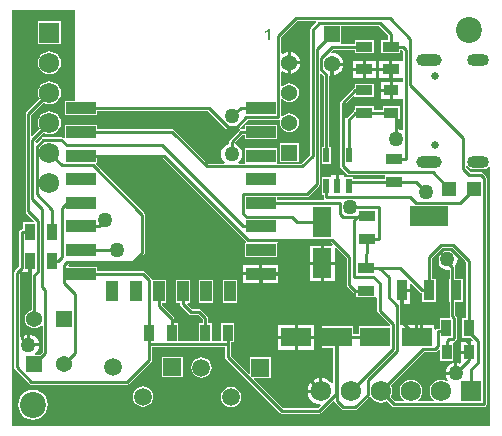
<source format=gtl>
G04*
G04 #@! TF.GenerationSoftware,Altium Limited,Altium Designer,24.1.2 (44)*
G04*
G04 Layer_Physical_Order=1*
G04 Layer_Color=255*
%FSLAX25Y25*%
%MOIN*%
G70*
G04*
G04 #@! TF.SameCoordinates,C2AC8D72-DAC2-4925-AC6E-3273F7DC1B7E*
G04*
G04*
G04 #@! TF.FilePolarity,Positive*
G04*
G01*
G75*
%ADD13C,0.01000*%
%ADD41R,0.09843X0.03937*%
%ADD42R,0.03937X0.07087*%
%ADD43R,0.03543X0.05709*%
%ADD44R,0.03740X0.06890*%
%ADD45R,0.12598X0.06890*%
%ADD46R,0.02200X0.05000*%
%ADD47R,0.09843X0.06299*%
%ADD48R,0.06299X0.09843*%
%ADD49R,0.05709X0.03543*%
%ADD50R,0.03543X0.05118*%
%ADD51R,0.04724X0.04724*%
%ADD52R,0.05118X0.03543*%
%ADD53C,0.08661*%
%ADD54R,0.05937X0.05937*%
%ADD55C,0.05937*%
%ADD56C,0.05394*%
%ADD57R,0.05394X0.05394*%
%ADD58R,0.05394X0.05394*%
%ADD59R,0.06791X0.06791*%
%ADD60C,0.06791*%
%ADD61R,0.06791X0.06791*%
%ADD62C,0.02559*%
%ADD63O,0.07284X0.04134*%
%ADD64O,0.08465X0.04134*%
%ADD65C,0.05000*%
G36*
X250789Y251623D02*
Y249905D01*
X248463D01*
Y245575D01*
X254959D01*
Y246741D01*
X255459Y246793D01*
X255983Y246269D01*
Y243231D01*
X255565Y243032D01*
X255483Y243031D01*
X252211D01*
Y240260D01*
Y237488D01*
X255483D01*
X255565Y237488D01*
X255983Y237288D01*
Y236196D01*
X255559Y236012D01*
X255483Y236012D01*
X252500D01*
Y233240D01*
Y230469D01*
X255483D01*
X255559Y230469D01*
X255983Y230284D01*
Y220160D01*
X255483Y219914D01*
X255165Y220157D01*
X254314Y220510D01*
X254311Y220510D01*
Y223594D01*
X254953D01*
Y227925D01*
X249047D01*
Y226671D01*
X246248D01*
Y227925D01*
X239752D01*
Y226622D01*
X239651Y226602D01*
X239356Y226404D01*
X237111Y224160D01*
X236883Y224196D01*
X236611Y224339D01*
Y228563D01*
X239307Y231259D01*
X239752Y231075D01*
Y231075D01*
X246248D01*
Y235405D01*
X239752D01*
Y234102D01*
X239651Y234082D01*
X239356Y233885D01*
X235056Y229585D01*
X234858Y229289D01*
X234789Y228940D01*
Y208100D01*
X234858Y207751D01*
X235056Y207456D01*
X237156Y205356D01*
X237451Y205158D01*
X237800Y205089D01*
X249320D01*
X249752Y204925D01*
Y203671D01*
X239194D01*
Y204294D01*
X236206D01*
X236100Y204750D01*
Y204900D01*
X234500D01*
Y201400D01*
X233500D01*
Y204900D01*
X231900D01*
Y204750D01*
X231794Y204294D01*
X228806D01*
Y198506D01*
X229389D01*
Y197800D01*
X229458Y197451D01*
X229630Y197195D01*
X229585Y197000D01*
X229446Y196695D01*
X213736D01*
Y197789D01*
X223900D01*
X224249Y197858D01*
X224544Y198056D01*
X227799Y201311D01*
X227997Y201606D01*
X228066Y201955D01*
Y238792D01*
X228528Y238983D01*
X229389Y238123D01*
Y214494D01*
X228806D01*
Y208706D01*
X231794D01*
Y214494D01*
X231211D01*
Y238014D01*
X231587Y238344D01*
X231639Y238337D01*
Y242000D01*
X232139D01*
Y242500D01*
X235802D01*
X235741Y242965D01*
X235369Y243864D01*
X234776Y244637D01*
X234004Y245229D01*
X233104Y245602D01*
X232215Y245719D01*
X231943Y246154D01*
X232618Y246829D01*
X239752D01*
Y245575D01*
X246248D01*
Y249905D01*
X239752D01*
Y248651D01*
X235623D01*
X235230Y248909D01*
Y254689D01*
X247723D01*
X250789Y251623D01*
D02*
G37*
G36*
X146500Y229642D02*
X143264D01*
Y224917D01*
X153894D01*
Y226368D01*
X190943D01*
X196834Y220478D01*
X197129Y220280D01*
X197478Y220211D01*
X200433D01*
X200782Y220280D01*
X201078Y220478D01*
X204045Y223445D01*
X214300D01*
X214527Y223490D01*
X214624Y223452D01*
X214838Y223282D01*
X214965Y223125D01*
X214883Y222500D01*
X214989Y221693D01*
X215300Y220941D01*
X215796Y220296D01*
X216441Y219800D01*
X217193Y219489D01*
X218000Y219383D01*
X218807Y219489D01*
X219559Y219800D01*
X220204Y220296D01*
X220700Y220941D01*
X221011Y221693D01*
X221117Y222500D01*
X221011Y223307D01*
X220700Y224059D01*
X220204Y224704D01*
X219559Y225200D01*
X218807Y225511D01*
X218000Y225617D01*
X217193Y225511D01*
X216441Y225200D01*
X215796Y224704D01*
X215711Y224594D01*
X215211Y224764D01*
Y230236D01*
X215711Y230406D01*
X215796Y230296D01*
X216441Y229800D01*
X217193Y229489D01*
X218000Y229383D01*
X218807Y229489D01*
X219559Y229800D01*
X220204Y230296D01*
X220700Y230941D01*
X221011Y231693D01*
X221117Y232500D01*
X221011Y233307D01*
X220700Y234059D01*
X220204Y234704D01*
X219559Y235200D01*
X218807Y235511D01*
X218000Y235617D01*
X217193Y235511D01*
X216441Y235200D01*
X215796Y234704D01*
X215711Y234594D01*
X215211Y234764D01*
Y239350D01*
X215711Y239597D01*
X216136Y239271D01*
X217035Y238898D01*
X217500Y238837D01*
Y242500D01*
Y246163D01*
X217035Y246102D01*
X216136Y245729D01*
X215711Y245404D01*
X215211Y245650D01*
Y250923D01*
X220677Y256389D01*
X226793D01*
X227000Y255889D01*
X225117Y254006D01*
X224919Y253710D01*
X224850Y253361D01*
Y211739D01*
X221923Y208811D01*
X214078D01*
X213736Y209169D01*
X213736Y209311D01*
Y213894D01*
X203106D01*
Y209311D01*
X203106Y209169D01*
X202764Y208811D01*
X201115D01*
X200945Y209311D01*
X201196Y209504D01*
X201757Y210235D01*
X202110Y211086D01*
X202230Y212000D01*
X202110Y212914D01*
X201757Y213765D01*
X201196Y214496D01*
X200465Y215057D01*
X199832Y215319D01*
X199755Y215872D01*
X202377Y218494D01*
X203106D01*
Y217043D01*
X213736D01*
Y221768D01*
X203106D01*
Y220317D01*
X202000D01*
X201651Y220247D01*
X201356Y220050D01*
X198056Y216750D01*
X197858Y216454D01*
X197789Y216106D01*
Y215410D01*
X197786Y215410D01*
X196935Y215057D01*
X196204Y214496D01*
X195643Y213765D01*
X195290Y212914D01*
X195170Y212000D01*
X195290Y211086D01*
X195643Y210235D01*
X196204Y209504D01*
X196455Y209311D01*
X196285Y208811D01*
X190744D01*
X179505Y220050D01*
X179210Y220247D01*
X178861Y220317D01*
X153894D01*
Y221768D01*
X143264D01*
Y217432D01*
X142764Y217225D01*
X142555Y217434D01*
X142259Y217631D01*
X141911Y217701D01*
X136000D01*
X135651Y217631D01*
X135356Y217434D01*
X133690Y215768D01*
X133228Y215959D01*
Y216439D01*
X136027Y219238D01*
X136089Y219190D01*
X137011Y218808D01*
X138000Y218678D01*
X138989Y218808D01*
X139911Y219190D01*
X140703Y219797D01*
X141310Y220589D01*
X141692Y221511D01*
X141822Y222500D01*
X141692Y223489D01*
X141310Y224411D01*
X140703Y225203D01*
X139911Y225810D01*
X138989Y226192D01*
X138000Y226322D01*
X137011Y226192D01*
X136089Y225810D01*
X135297Y225203D01*
X134690Y224411D01*
X134308Y223489D01*
X134178Y222500D01*
X134308Y221511D01*
X134690Y220589D01*
X134738Y220527D01*
X132296Y218085D01*
X131834Y218276D01*
Y225046D01*
X136027Y229238D01*
X136089Y229190D01*
X137011Y228808D01*
X138000Y228678D01*
X138989Y228808D01*
X139911Y229190D01*
X140703Y229797D01*
X141310Y230589D01*
X141692Y231511D01*
X141822Y232500D01*
X141692Y233489D01*
X141310Y234411D01*
X140703Y235203D01*
X139911Y235810D01*
X138989Y236192D01*
X138000Y236322D01*
X137011Y236192D01*
X136089Y235810D01*
X135297Y235203D01*
X134690Y234411D01*
X134308Y233489D01*
X134178Y232500D01*
X134308Y231511D01*
X134690Y230589D01*
X134738Y230526D01*
X130279Y226067D01*
X130081Y225772D01*
X130012Y225423D01*
Y193043D01*
X130081Y192694D01*
X130279Y192398D01*
X132929Y189748D01*
X132722Y189248D01*
X129335D01*
Y186911D01*
X128800D01*
X128451Y186842D01*
X128156Y186644D01*
X127958Y186349D01*
X127889Y186000D01*
Y174577D01*
X126456Y173144D01*
X126258Y172849D01*
X126189Y172500D01*
Y141000D01*
X126258Y140651D01*
X126456Y140356D01*
X131356Y135456D01*
X131651Y135258D01*
X132000Y135189D01*
X164000D01*
X164349Y135258D01*
X164644Y135456D01*
X171904Y142716D01*
X172102Y143011D01*
X172171Y143360D01*
Y147789D01*
X196569D01*
Y144320D01*
X196639Y143971D01*
X196836Y143675D01*
X214756Y125756D01*
X215051Y125558D01*
X215400Y125489D01*
X228000D01*
X228349Y125558D01*
X228644Y125756D01*
X232650Y129761D01*
X233106Y129511D01*
X233158Y129251D01*
X233356Y128956D01*
X235356Y126956D01*
X235651Y126758D01*
X236000Y126689D01*
X240000D01*
X240349Y126758D01*
X240644Y126956D01*
X244687Y130998D01*
X244839Y131026D01*
X245202Y130989D01*
X245303Y130942D01*
X245797Y130297D01*
X246589Y129690D01*
X247511Y129308D01*
X248500Y129178D01*
X249489Y129308D01*
X250411Y129690D01*
X250473Y129738D01*
X252156Y128056D01*
X252451Y127858D01*
X252800Y127789D01*
X282800D01*
X283149Y127858D01*
X283444Y128056D01*
X283642Y128351D01*
X283711Y128700D01*
Y204000D01*
X283642Y204349D01*
X283444Y204644D01*
X282344Y205744D01*
X282049Y205942D01*
X281700Y206011D01*
X278377D01*
X276929Y207460D01*
X276977Y207892D01*
X277439Y208036D01*
X277651Y207718D01*
X278465Y207174D01*
X279425Y206983D01*
X282575D01*
X283535Y207174D01*
X284349Y207718D01*
X284500Y207944D01*
X285000Y207793D01*
Y121500D01*
X125500D01*
Y260000D01*
X146500D01*
Y229642D01*
D02*
G37*
G36*
X267443Y178765D02*
X267090Y177914D01*
X266970Y177000D01*
X267090Y176086D01*
X267443Y175235D01*
X268004Y174504D01*
X268735Y173943D01*
X269586Y173590D01*
X270500Y173470D01*
X270980Y173533D01*
X271356Y173203D01*
Y170437D01*
X271291D01*
Y162760D01*
X271356D01*
Y157882D01*
X271383Y157748D01*
X271061Y157248D01*
X268094D01*
Y153811D01*
X267500D01*
X267151Y153742D01*
X266856Y153544D01*
X266811Y153478D01*
X266311Y153629D01*
Y155150D01*
X260890D01*
Y151000D01*
X259890D01*
Y155150D01*
X254911D01*
Y161400D01*
X254861Y161653D01*
X254945Y161811D01*
Y166598D01*
X255445D01*
Y167098D01*
X258315D01*
Y168643D01*
X258777Y168834D01*
X261657Y165954D01*
X261953Y165756D01*
X262236Y165700D01*
Y162760D01*
X266764D01*
Y170437D01*
X265411D01*
Y177393D01*
X267031Y179013D01*
X267443Y178765D01*
D02*
G37*
G36*
X203414Y182898D02*
X203393Y182721D01*
X203241Y182398D01*
X203106D01*
Y177673D01*
X213736D01*
Y182089D01*
X213736Y182398D01*
X214157Y182589D01*
X231923D01*
X232518Y181993D01*
X232327Y181532D01*
X229500D01*
Y176110D01*
X233150D01*
Y180709D01*
X233611Y180900D01*
X237089Y177423D01*
Y168500D01*
X237158Y168151D01*
X237356Y167856D01*
X239356Y165856D01*
X239651Y165658D01*
X240000Y165589D01*
X240252D01*
Y164335D01*
X246748D01*
Y164335D01*
X247189Y164192D01*
Y159856D01*
X247258Y159508D01*
X247456Y159212D01*
X251589Y155079D01*
Y154543D01*
X241295D01*
Y151911D01*
X239315D01*
Y154543D01*
X228685D01*
Y147457D01*
X232589D01*
Y135713D01*
X232089Y135544D01*
X231635Y136135D01*
X230717Y136840D01*
X229647Y137283D01*
X229000Y137368D01*
Y133000D01*
X228500D01*
Y132500D01*
X224132D01*
X224218Y131852D01*
X224660Y130783D01*
X225365Y129865D01*
X226283Y129160D01*
X227352Y128718D01*
X228209Y128605D01*
X228388Y128077D01*
X227623Y127311D01*
X215777D01*
X206070Y137019D01*
X206261Y137480D01*
X211705D01*
Y144205D01*
X204980D01*
Y138762D01*
X204518Y138570D01*
X198392Y144697D01*
Y149252D01*
X199646D01*
Y155748D01*
X195315D01*
Y149611D01*
X192165D01*
Y155748D01*
X190911D01*
Y157300D01*
X190842Y157649D01*
X190644Y157944D01*
X188644Y159944D01*
X188349Y160142D01*
X188000Y160211D01*
X185514D01*
X183869Y161857D01*
X184060Y162319D01*
X184799D01*
Y170193D01*
X180075D01*
Y162319D01*
X181526D01*
Y162000D01*
X181595Y161651D01*
X181793Y161356D01*
X184493Y158656D01*
X184788Y158458D01*
X185137Y158389D01*
X187623D01*
X189089Y156923D01*
Y155748D01*
X187835D01*
Y149611D01*
X180905D01*
Y155748D01*
X179651D01*
Y157200D01*
X179582Y157549D01*
X179385Y157844D01*
X175474Y161755D01*
Y162319D01*
X176925D01*
Y170193D01*
X172201D01*
X172102Y170349D01*
X171904Y170644D01*
X169743Y172806D01*
X169447Y173003D01*
X169098Y173073D01*
X153894D01*
Y174524D01*
X144396D01*
X144180Y175007D01*
X144400Y175289D01*
X166000D01*
X166349Y175358D01*
X166644Y175556D01*
X169644Y178556D01*
X169842Y178851D01*
X169911Y179200D01*
Y191800D01*
X169842Y192149D01*
X169644Y192444D01*
X153419Y208669D01*
X153626Y209169D01*
X153894D01*
Y210620D01*
X175691D01*
X203414Y182898D01*
D02*
G37*
G36*
X132000Y172596D02*
X132223Y172146D01*
X132158Y172049D01*
X132089Y171700D01*
Y159968D01*
X131441Y159700D01*
X130796Y159204D01*
X130300Y158559D01*
X129989Y157807D01*
X129883Y157000D01*
X129989Y156193D01*
X130300Y155441D01*
X130796Y154796D01*
X131441Y154300D01*
X132193Y153989D01*
X133000Y153883D01*
X133807Y153989D01*
X134559Y154300D01*
X135189Y154784D01*
X135371Y154757D01*
X135689Y154649D01*
Y145977D01*
X134802Y145091D01*
X133258D01*
X133088Y145591D01*
X133496Y145904D01*
X134057Y146635D01*
X134410Y147486D01*
X134464Y147900D01*
X131000D01*
Y148400D01*
X130500D01*
Y151864D01*
X130086Y151810D01*
X129235Y151457D01*
X128511Y150902D01*
X128322Y150926D01*
X128011Y151032D01*
Y172123D01*
X128317Y172429D01*
X128728Y172646D01*
Y172646D01*
X128728Y172646D01*
X131000D01*
Y176500D01*
X132000D01*
Y172596D01*
D02*
G37*
G36*
X276829Y176153D02*
Y157248D01*
X275575D01*
Y150752D01*
X278500D01*
X279231Y150021D01*
X279039Y149559D01*
X278480D01*
Y146000D01*
X277980D01*
Y145500D01*
X275209D01*
Y142541D01*
X274826Y142159D01*
X274414Y142330D01*
X274000Y142384D01*
Y138920D01*
X273500D01*
Y138420D01*
X270036D01*
X270090Y138006D01*
X270443Y137154D01*
X270888Y136574D01*
X270531Y136218D01*
X270411Y136310D01*
X269489Y136692D01*
X268500Y136822D01*
X267511Y136692D01*
X266589Y136310D01*
X265797Y135703D01*
X265190Y134911D01*
X264808Y133989D01*
X264678Y133000D01*
X264808Y132011D01*
X265190Y131089D01*
X265797Y130297D01*
X266040Y130111D01*
X265870Y129611D01*
X261130D01*
X260960Y130111D01*
X261203Y130297D01*
X261810Y131089D01*
X262192Y132011D01*
X262322Y133000D01*
X262192Y133989D01*
X261810Y134911D01*
X261203Y135703D01*
X260411Y136310D01*
X259489Y136692D01*
X258500Y136822D01*
X257511Y136692D01*
X256589Y136310D01*
X255797Y135703D01*
X255190Y134911D01*
X254808Y133989D01*
X254678Y133000D01*
X254808Y132011D01*
X255190Y131089D01*
X255797Y130297D01*
X256040Y130111D01*
X255870Y129611D01*
X253177D01*
X251762Y131026D01*
X251810Y131089D01*
X252192Y132011D01*
X252322Y133000D01*
X252192Y133989D01*
X251810Y134911D01*
X251762Y134974D01*
X262777Y145989D01*
X266400D01*
X266749Y146058D01*
X267044Y146256D01*
X267835Y147046D01*
X268335Y146839D01*
Y143047D01*
X272665D01*
Y148953D01*
X272665D01*
X272757Y149415D01*
X273046Y149608D01*
X273569Y150131D01*
X273767Y150427D01*
X273836Y150776D01*
Y157225D01*
X273767Y157573D01*
X273569Y157869D01*
X273178Y158260D01*
Y162760D01*
X275819D01*
Y170437D01*
X273178D01*
Y174414D01*
X273127Y174674D01*
X273557Y175235D01*
X273910Y176086D01*
X274030Y177000D01*
X273910Y177914D01*
X273557Y178765D01*
X273969Y179013D01*
X276829Y176153D01*
D02*
G37*
G36*
X211415Y250000D02*
X210944D01*
Y253003D01*
X210938Y252997D01*
X210910Y252975D01*
X210877Y252941D01*
X210821Y252903D01*
X210760Y252853D01*
X210683Y252797D01*
X210594Y252736D01*
X210494Y252675D01*
X210488D01*
X210483Y252670D01*
X210450Y252647D01*
X210394Y252620D01*
X210327Y252586D01*
X210250Y252547D01*
X210167Y252509D01*
X210083Y252470D01*
X210000Y252436D01*
Y252892D01*
X210005D01*
X210017Y252903D01*
X210039Y252908D01*
X210067Y252925D01*
X210100Y252941D01*
X210139Y252964D01*
X210233Y253019D01*
X210344Y253080D01*
X210455Y253158D01*
X210572Y253247D01*
X210688Y253341D01*
X210694Y253347D01*
X210699Y253352D01*
X210716Y253369D01*
X210738Y253385D01*
X210788Y253441D01*
X210855Y253508D01*
X210921Y253585D01*
X210993Y253674D01*
X211054Y253763D01*
X211110Y253857D01*
X211415D01*
Y250000D01*
D02*
G37*
%LPC*%
G36*
X246854Y243031D02*
X243500D01*
Y240760D01*
X246854D01*
Y243031D01*
D02*
G37*
G36*
X251211D02*
X247857D01*
Y240760D01*
X251211D01*
Y243031D01*
D02*
G37*
G36*
X242500D02*
X239146D01*
Y240760D01*
X242500D01*
Y243031D01*
D02*
G37*
G36*
X235802Y241500D02*
X232639D01*
Y238337D01*
X233104Y238398D01*
X234004Y238771D01*
X234776Y239363D01*
X235369Y240136D01*
X235741Y241035D01*
X235802Y241500D01*
D02*
G37*
G36*
X246854Y239760D02*
X243500D01*
Y237488D01*
X246854D01*
Y239760D01*
D02*
G37*
G36*
X242500D02*
X239146D01*
Y237488D01*
X242500D01*
Y239760D01*
D02*
G37*
G36*
X251211D02*
X247857D01*
Y237488D01*
X251211D01*
Y239760D01*
D02*
G37*
G36*
X251500Y236012D02*
X248441D01*
Y233740D01*
X251500D01*
Y236012D01*
D02*
G37*
G36*
Y232740D02*
X248441D01*
Y230469D01*
X251500D01*
Y232740D01*
D02*
G37*
G36*
X141789Y256289D02*
X134211D01*
Y248711D01*
X141789D01*
Y256289D01*
D02*
G37*
G36*
X218500Y246163D02*
Y243000D01*
X221663D01*
X221602Y243465D01*
X221229Y244364D01*
X220637Y245137D01*
X219864Y245729D01*
X218965Y246102D01*
X218500Y246163D01*
D02*
G37*
G36*
X221663Y242000D02*
X218500D01*
Y238837D01*
X218965Y238898D01*
X219864Y239271D01*
X220637Y239863D01*
X221229Y240636D01*
X221602Y241535D01*
X221663Y242000D01*
D02*
G37*
G36*
X138000Y246322D02*
X137011Y246192D01*
X136089Y245810D01*
X135297Y245203D01*
X134690Y244411D01*
X134308Y243489D01*
X134178Y242500D01*
X134308Y241511D01*
X134690Y240589D01*
X135297Y239797D01*
X136089Y239190D01*
X137011Y238808D01*
X138000Y238678D01*
X138989Y238808D01*
X139911Y239190D01*
X140703Y239797D01*
X141310Y240589D01*
X141692Y241511D01*
X141822Y242500D01*
X141692Y243489D01*
X141310Y244411D01*
X140703Y245203D01*
X139911Y245810D01*
X138989Y246192D01*
X138000Y246322D01*
D02*
G37*
G36*
X221091Y215591D02*
X214910D01*
Y209409D01*
X221091D01*
Y215591D01*
D02*
G37*
G36*
X182362Y144362D02*
X175638D01*
Y137638D01*
X182362D01*
Y144362D01*
D02*
G37*
G36*
X188657Y144234D02*
X187780Y144118D01*
X186962Y143780D01*
X186259Y143241D01*
X185721Y142538D01*
X185382Y141720D01*
X185266Y140843D01*
X185382Y139965D01*
X185721Y139147D01*
X186259Y138445D01*
X186962Y137906D01*
X187780Y137567D01*
X188657Y137451D01*
X189535Y137567D01*
X190353Y137906D01*
X191055Y138445D01*
X191594Y139147D01*
X191933Y139965D01*
X192049Y140843D01*
X191933Y141720D01*
X191594Y142538D01*
X191055Y143241D01*
X190353Y143780D01*
X189535Y144118D01*
X188657Y144234D01*
D02*
G37*
G36*
X169157Y134549D02*
X168280Y134433D01*
X167462Y134094D01*
X166759Y133555D01*
X166220Y132853D01*
X165882Y132035D01*
X165766Y131157D01*
X165882Y130280D01*
X166220Y129462D01*
X166759Y128759D01*
X167462Y128220D01*
X168280Y127882D01*
X169157Y127766D01*
X170035Y127882D01*
X170853Y128220D01*
X171555Y128759D01*
X172094Y129462D01*
X172433Y130280D01*
X172549Y131157D01*
X172433Y132035D01*
X172094Y132853D01*
X171555Y133555D01*
X170853Y134094D01*
X170035Y134433D01*
X169157Y134549D01*
D02*
G37*
G36*
X198500Y134391D02*
X197622Y134276D01*
X196804Y133937D01*
X196102Y133398D01*
X195563Y132696D01*
X195224Y131878D01*
X195109Y131000D01*
X195224Y130122D01*
X195563Y129304D01*
X196102Y128602D01*
X196804Y128063D01*
X197622Y127724D01*
X198500Y127609D01*
X199378Y127724D01*
X200196Y128063D01*
X200898Y128602D01*
X201437Y129304D01*
X201776Y130122D01*
X201891Y131000D01*
X201776Y131878D01*
X201437Y132696D01*
X200898Y133398D01*
X200196Y133937D01*
X199378Y134276D01*
X198500Y134391D01*
D02*
G37*
G36*
X132500Y133480D02*
X131211Y133310D01*
X130010Y132812D01*
X128979Y132021D01*
X128188Y130990D01*
X127690Y129789D01*
X127520Y128500D01*
X127690Y127211D01*
X128188Y126010D01*
X128979Y124979D01*
X130010Y124188D01*
X131211Y123690D01*
X132500Y123520D01*
X133789Y123690D01*
X134990Y124188D01*
X136021Y124979D01*
X136812Y126010D01*
X137310Y127211D01*
X137480Y128500D01*
X137310Y129789D01*
X136812Y130990D01*
X136021Y132021D01*
X134990Y132812D01*
X133789Y133310D01*
X132500Y133480D01*
D02*
G37*
G36*
X258315Y166098D02*
X255945D01*
Y162153D01*
X258315D01*
Y166098D01*
D02*
G37*
G36*
X228500Y181532D02*
X224850D01*
Y176110D01*
X228500D01*
Y181532D01*
D02*
G37*
G36*
X214342Y175130D02*
X208921D01*
Y172661D01*
X214342D01*
Y175130D01*
D02*
G37*
G36*
X207921D02*
X202500D01*
Y172661D01*
X207921D01*
Y175130D01*
D02*
G37*
G36*
X233150Y175110D02*
X229500D01*
Y169689D01*
X233150D01*
Y175110D01*
D02*
G37*
G36*
X228500D02*
X224850D01*
Y169689D01*
X228500D01*
Y175110D01*
D02*
G37*
G36*
X214342Y171661D02*
X208921D01*
Y169193D01*
X214342D01*
Y171661D01*
D02*
G37*
G36*
X207921D02*
X202500D01*
Y169193D01*
X207921D01*
Y171661D01*
D02*
G37*
G36*
X200547Y170193D02*
X195823D01*
Y162319D01*
X200547D01*
Y170193D01*
D02*
G37*
G36*
X192673D02*
X187949D01*
Y162319D01*
X192673D01*
Y170193D01*
D02*
G37*
G36*
X226142Y155150D02*
X220720D01*
Y151500D01*
X226142D01*
Y155150D01*
D02*
G37*
G36*
X219720D02*
X214299D01*
Y151500D01*
X219720D01*
Y155150D01*
D02*
G37*
G36*
X226142Y150500D02*
X220720D01*
Y146850D01*
X226142D01*
Y150500D01*
D02*
G37*
G36*
X219720D02*
X214299D01*
Y146850D01*
X219720D01*
Y150500D01*
D02*
G37*
G36*
X228000Y137368D02*
X227352Y137283D01*
X226283Y136840D01*
X225365Y136135D01*
X224660Y135217D01*
X224218Y134148D01*
X224132Y133500D01*
X228000D01*
Y137368D01*
D02*
G37*
G36*
X131500Y151864D02*
Y148900D01*
X134464D01*
X134410Y149314D01*
X134057Y150165D01*
X133496Y150896D01*
X132765Y151457D01*
X131914Y151810D01*
X131500Y151864D01*
D02*
G37*
G36*
X277480Y149559D02*
X275209D01*
Y146500D01*
X277480D01*
Y149559D01*
D02*
G37*
G36*
X273000Y142384D02*
X272586Y142330D01*
X271735Y141977D01*
X271004Y141416D01*
X270443Y140685D01*
X270090Y139833D01*
X270036Y139420D01*
X273000D01*
Y142384D01*
D02*
G37*
%LPD*%
D13*
X276319Y160100D02*
Y175980D01*
X271906Y180394D02*
X276319Y175980D01*
X269094Y180394D02*
X271906D01*
X264500Y166598D02*
Y177770D01*
X268517Y181787D02*
X272483D01*
X277740Y154000D02*
Y176530D01*
X272483Y181787D02*
X277740Y176530D01*
X270500Y176181D02*
Y177000D01*
X272267Y165310D02*
Y174414D01*
X270500Y176181D02*
X272267Y174414D01*
Y157882D02*
X272925Y157225D01*
X272267Y157882D02*
Y165310D01*
X267106Y174850D02*
Y178406D01*
X272267Y165310D02*
X273555Y166598D01*
X270500Y149666D02*
X271086Y150252D01*
X270500Y146000D02*
Y149666D01*
X267106Y174850D02*
X268400Y173556D01*
X264500Y177770D02*
X268517Y181787D01*
X271086Y150252D02*
X272402D01*
X272925Y150776D02*
Y157225D01*
X272402Y150252D02*
X272925Y150776D01*
X267106Y178406D02*
X269094Y180394D01*
X268400Y162500D02*
Y173556D01*
X275000Y150200D02*
Y158781D01*
X277740Y152800D02*
Y154000D01*
X275000Y158781D02*
X276319Y160100D01*
X275000Y150200D02*
X276780D01*
X251700Y247740D02*
Y252000D01*
X240687Y191006D02*
X240940Y191240D01*
X239600Y190000D02*
X240687Y191006D01*
X240706D01*
X236000D02*
X240687D01*
X261900Y151000D02*
Y156000D01*
X208400D02*
Y172161D01*
X237700Y202760D02*
X253000D01*
X220400Y189400D02*
X229000D01*
X267500Y152900D02*
X270260D01*
X253400Y217100D02*
Y225760D01*
X248000Y173980D02*
X254920D01*
X243500D02*
X248000D01*
X233500Y131900D02*
Y151000D01*
X197480Y148700D02*
Y152500D01*
Y144320D02*
Y148700D01*
X171260D02*
Y152500D01*
Y143360D02*
Y148700D01*
X253000Y210240D02*
X256894D01*
Y246646D01*
X255800Y247740D02*
X256894Y246646D01*
X251711Y247740D02*
X255800D01*
X240940Y191240D02*
X244000D01*
X239600Y171000D02*
Y190000D01*
Y171000D02*
X246000D01*
X248100Y168900D01*
Y159856D02*
Y168900D01*
Y159856D02*
X252500Y155456D01*
Y147000D02*
Y155456D01*
X238500Y133000D02*
X252500Y147000D01*
X255445Y155945D02*
Y166598D01*
Y155945D02*
X260390Y151000D01*
X129000Y150400D02*
X131000Y148400D01*
X129000Y150400D02*
Y164300D01*
X131500Y166800D01*
Y176500D01*
X220220Y141280D02*
Y151000D01*
Y141280D02*
X228500Y133000D01*
X229000Y189390D02*
Y189400D01*
X218900Y190900D02*
X220400Y189400D01*
X203700Y190900D02*
X218900D01*
X202600Y192000D02*
X203700Y190900D01*
X202600Y192000D02*
Y198700D01*
X223900D01*
X227155Y201955D01*
Y247016D01*
X232139Y252000D01*
X265732Y206000D02*
X271232Y200500D01*
X237800Y206000D02*
X265732D01*
X235700Y208100D02*
X237800Y206000D01*
X235700Y208100D02*
Y228940D01*
X240000Y233240D01*
X243000D01*
X148579Y211532D02*
X176068D01*
X204100Y183500D01*
X232300D01*
X238000Y177800D01*
Y168500D02*
Y177800D01*
Y168500D02*
X240000Y166500D01*
X243500D01*
X148579Y227280D02*
X191320D01*
X197478Y221122D01*
X200433D01*
X203668Y224356D01*
X214300D01*
Y251300D01*
X220300Y257300D01*
X251500D01*
X258288Y250512D01*
Y235012D02*
Y250512D01*
Y235012D02*
X276000Y217300D01*
Y207100D02*
Y217300D01*
Y207100D02*
X278000Y205100D01*
X281700D01*
X282800Y204000D01*
Y128700D02*
Y204000D01*
X252800Y128700D02*
X282800D01*
X248500Y133000D02*
X252800Y128700D01*
X198700Y212000D02*
Y216106D01*
X202000Y219406D01*
X208421D01*
X148579Y180035D02*
X160635D01*
X237700Y211600D02*
Y223460D01*
X240000Y225760D01*
X243000D01*
X238300Y194400D02*
X247800D01*
Y183760D02*
Y194400D01*
X244000Y183760D02*
X247800D01*
X262302Y166598D02*
X264500D01*
X254920Y173980D02*
X262302Y166598D01*
X252000Y225760D02*
X253400D01*
X230300Y197800D02*
Y201400D01*
Y197800D02*
X258170D01*
X260115Y195855D01*
X274855D01*
X279500Y200500D01*
X253000Y202760D02*
X260040D01*
X263500Y199300D01*
X232139Y226800D02*
Y242000D01*
Y226800D02*
X234000Y224939D01*
Y201400D02*
Y224939D01*
X138980Y176500D02*
X141000D01*
X142300Y177800D01*
Y194083D01*
X144000Y195783D01*
X148579D01*
X277980Y146000D02*
Y149000D01*
X276780Y150200D02*
X277980Y149000D01*
X261900Y156000D02*
X268400Y162500D01*
X260390Y151000D02*
X261900D01*
X138000Y212500D02*
X142200Y208300D01*
X152500D01*
X169000Y191800D01*
Y179200D02*
Y191800D01*
X166000Y176200D02*
X169000Y179200D01*
X143900Y176200D02*
X166000D01*
X142700Y175000D02*
X143900Y176200D01*
X142700Y169200D02*
Y175000D01*
Y169200D02*
X146600Y165300D01*
Y145600D02*
Y165300D01*
X143000Y142000D02*
X146600Y145600D01*
X248000Y173980D02*
X251100Y170880D01*
Y164300D02*
Y170880D01*
Y164300D02*
X254000Y161400D01*
Y146529D02*
Y161400D01*
X244200Y136729D02*
X254000Y146529D01*
X244200Y131800D02*
Y136729D01*
X240000Y127600D02*
X244200Y131800D01*
X236000Y127600D02*
X240000D01*
X234000Y129600D02*
X236000Y127600D01*
X234000Y129600D02*
Y151000D01*
X208421Y195783D02*
X234775D01*
X234858Y195700D01*
Y192148D02*
Y195700D01*
Y192148D02*
X236000Y191006D01*
X240706D02*
X240940Y191240D01*
X128800Y186000D02*
X131500D01*
X128800Y174200D02*
Y186000D01*
X127100Y172500D02*
X128800Y174200D01*
X127100Y141000D02*
Y172500D01*
Y141000D02*
X132000Y136100D01*
X164000D01*
X171260Y143360D01*
X148579Y172161D02*
X169098D01*
X171260Y170000D01*
Y152500D02*
Y170000D01*
X251700Y247740D02*
X251711D01*
X248100Y255600D02*
X251700Y252000D01*
X228000Y255600D02*
X248100D01*
X225761Y253361D02*
X228000Y255600D01*
X225761Y211361D02*
Y253361D01*
X222300Y207900D02*
X225761Y211361D01*
X190367Y207900D02*
X222300D01*
X178861Y219406D02*
X190367Y207900D01*
X148579Y219406D02*
X178861D01*
X230300Y211600D02*
Y238500D01*
X228549Y240251D02*
X230300Y238500D01*
X228549Y240251D02*
Y244049D01*
X232240Y247740D01*
X243000D01*
X273500Y138920D02*
X277980Y143400D01*
Y146000D01*
X278500Y133000D02*
Y140300D01*
X280700Y142500D01*
Y149840D01*
X277740Y152800D02*
X280700Y149840D01*
X148579Y187909D02*
X154400D01*
X156400Y189909D01*
X201680Y227280D02*
X208421D01*
X199000Y224600D02*
X201680Y227280D01*
X133000Y142000D02*
X136600Y145600D01*
Y166600D01*
X135559Y167641D02*
X136600Y166600D01*
X135559Y167641D02*
Y193641D01*
X132317Y196883D02*
X135559Y193641D01*
X132317Y196883D02*
Y216817D01*
X138000Y222500D01*
X130923Y225423D02*
X138000Y232500D01*
X130923Y193043D02*
Y225423D01*
Y193043D02*
X134166Y189800D01*
Y172866D02*
Y189800D01*
X133000Y171700D02*
X134166Y172866D01*
X133000Y157000D02*
Y171700D01*
X202600Y187909D02*
X208421D01*
X175509Y215000D02*
X202600Y187909D01*
X143700Y215000D02*
X175509D01*
X141911Y216789D02*
X143700Y215000D01*
X136000Y216789D02*
X141911D01*
X133711Y214500D02*
X136000Y216789D01*
X133711Y198661D02*
Y214500D01*
Y198661D02*
X138980Y193391D01*
Y186000D02*
Y193391D01*
X270260Y152900D02*
Y154000D01*
X267500Y148000D02*
Y152900D01*
X266400Y146900D02*
X267500Y148000D01*
X262400Y146900D02*
X266400D01*
X248500Y133000D02*
X262400Y146900D01*
X208400Y172161D02*
X208421D01*
X208400Y156000D02*
X213400Y151000D01*
X220220D01*
X190000Y152500D02*
Y157300D01*
X188000Y159300D02*
X190000Y157300D01*
X185137Y159300D02*
X188000D01*
X182437Y162000D02*
X185137Y159300D01*
X182437Y162000D02*
Y166256D01*
X197480Y144320D02*
X215400Y126400D01*
X228000D01*
X233500Y131900D01*
Y151000D02*
X234000D01*
X237700Y201400D02*
Y202760D01*
X171260Y148700D02*
X197480D01*
X238340Y240260D02*
X243000D01*
X236600Y242000D02*
X238340Y240260D01*
X232139Y242000D02*
X236600D01*
X243000Y240260D02*
X251711D01*
Y236889D02*
Y240260D01*
Y236889D02*
X252000Y236600D01*
Y233240D02*
Y236600D01*
X220349Y175610D02*
X229000D01*
X216900Y172161D02*
X220349Y175610D01*
X208421Y172161D02*
X216900D01*
X174563Y161377D02*
Y166256D01*
Y161377D02*
X178740Y157200D01*
Y152500D02*
Y157200D01*
X243000Y225760D02*
X252000D01*
X244000Y179100D02*
Y183760D01*
X243500Y178600D02*
X244000Y179100D01*
X243500Y173980D02*
Y178600D01*
X234000Y151000D02*
X246610D01*
D41*
X208421Y227280D02*
D03*
Y219406D02*
D03*
Y211532D02*
D03*
Y203657D02*
D03*
Y195783D02*
D03*
Y187909D02*
D03*
Y180035D02*
D03*
Y172161D02*
D03*
X148579D02*
D03*
Y180035D02*
D03*
Y187909D02*
D03*
Y195783D02*
D03*
Y203657D02*
D03*
Y211532D02*
D03*
Y219406D02*
D03*
Y227280D02*
D03*
D42*
X198185Y166256D02*
D03*
X190311D02*
D03*
X182437D02*
D03*
X174563D02*
D03*
X166689D02*
D03*
X158815D02*
D03*
D43*
X131500Y186000D02*
D03*
X138980D02*
D03*
Y176500D02*
D03*
X131500D02*
D03*
X171260Y152500D02*
D03*
X178740D02*
D03*
X190000D02*
D03*
X197480D02*
D03*
X270260Y154000D02*
D03*
X277740D02*
D03*
D44*
X255445Y166598D02*
D03*
X264500D02*
D03*
X273555D02*
D03*
D45*
X264500Y191402D02*
D03*
D46*
X230300Y201400D02*
D03*
X234000D02*
D03*
X237700D02*
D03*
Y211600D02*
D03*
X230300D02*
D03*
D47*
X246610Y151000D02*
D03*
X260390D02*
D03*
X234000D02*
D03*
X220220D02*
D03*
D48*
X229000Y189390D02*
D03*
Y175610D02*
D03*
D49*
X244000Y183760D02*
D03*
Y191240D02*
D03*
X243500Y166500D02*
D03*
Y173980D02*
D03*
X253000Y210240D02*
D03*
Y202760D02*
D03*
X243000Y225760D02*
D03*
Y233240D02*
D03*
X251711Y240260D02*
D03*
Y247740D02*
D03*
X243000D02*
D03*
Y240260D02*
D03*
D50*
X270500Y146000D02*
D03*
X277980D02*
D03*
D51*
X279500Y200500D02*
D03*
X271232D02*
D03*
D52*
X252000Y233240D02*
D03*
Y225760D02*
D03*
D53*
X132500Y128500D02*
D03*
X278000Y253500D02*
D03*
D54*
X208342Y140843D02*
D03*
X179000Y141000D02*
D03*
D55*
X198500Y131000D02*
D03*
X188657Y140843D02*
D03*
X169157Y131157D02*
D03*
X159315Y141000D02*
D03*
D56*
X133000Y157000D02*
D03*
X143000Y142000D02*
D03*
X218000Y222500D02*
D03*
Y232500D02*
D03*
Y242500D02*
D03*
X232139Y242000D02*
D03*
D57*
X143000Y157000D02*
D03*
X133000Y142000D02*
D03*
X218000Y212500D02*
D03*
D58*
X232139Y252000D02*
D03*
D59*
X138000Y252500D02*
D03*
D60*
Y242500D02*
D03*
Y232500D02*
D03*
Y222500D02*
D03*
Y212500D02*
D03*
Y202500D02*
D03*
X268500Y133000D02*
D03*
X258500D02*
D03*
X248500D02*
D03*
X238500D02*
D03*
X228500D02*
D03*
D61*
X278500D02*
D03*
D62*
X266512Y237878D02*
D03*
Y215122D02*
D03*
D63*
X281000Y209492D02*
D03*
Y243508D02*
D03*
D64*
X264543Y209492D02*
D03*
Y243508D02*
D03*
D65*
X270500Y177000D02*
D03*
X131000Y148400D02*
D03*
X198700Y212000D02*
D03*
X160635Y180035D02*
D03*
X238300Y194400D02*
D03*
X253400Y217100D02*
D03*
X263500Y199300D02*
D03*
X273500Y138920D02*
D03*
X156400Y189909D02*
D03*
X199000Y224600D02*
D03*
M02*

</source>
